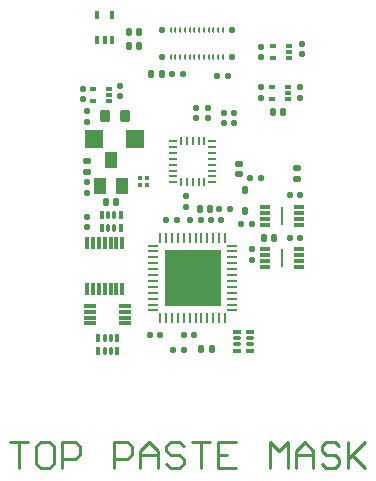
<source format=gtp>
G04*
G04 #@! TF.GenerationSoftware,Altium Limited,Altium Designer,20.1.11 (218)*
G04*
G04 Layer_Color=8421504*
%FSLAX25Y25*%
%MOIN*%
G70*
G04*
G04 #@! TF.SameCoordinates,49FD3369-56E0-4B66-BF1D-E122077B7428*
G04*
G04*
G04 #@! TF.FilePolarity,Positive*
G04*
G01*
G75*
%ADD10C,0.00984*%
%ADD16R,0.03504X0.01181*%
%ADD17R,0.00787X0.06299*%
%ADD18R,0.03937X0.05512*%
G04:AMPARAMS|DCode=19|XSize=27.56mil|YSize=20.08mil|CornerRadius=5.02mil|HoleSize=0mil|Usage=FLASHONLY|Rotation=90.000|XOffset=0mil|YOffset=0mil|HoleType=Round|Shape=RoundedRectangle|*
%AMROUNDEDRECTD19*
21,1,0.02756,0.01004,0,0,90.0*
21,1,0.01752,0.02008,0,0,90.0*
1,1,0.01004,0.00502,0.00876*
1,1,0.01004,0.00502,-0.00876*
1,1,0.01004,-0.00502,-0.00876*
1,1,0.01004,-0.00502,0.00876*
%
%ADD19ROUNDEDRECTD19*%
G04:AMPARAMS|DCode=20|XSize=22.05mil|YSize=20.08mil|CornerRadius=5.02mil|HoleSize=0mil|Usage=FLASHONLY|Rotation=180.000|XOffset=0mil|YOffset=0mil|HoleType=Round|Shape=RoundedRectangle|*
%AMROUNDEDRECTD20*
21,1,0.02205,0.01004,0,0,180.0*
21,1,0.01201,0.02008,0,0,180.0*
1,1,0.01004,-0.00600,0.00502*
1,1,0.01004,0.00600,0.00502*
1,1,0.01004,0.00600,-0.00502*
1,1,0.01004,-0.00600,-0.00502*
%
%ADD20ROUNDEDRECTD20*%
G04:AMPARAMS|DCode=21|XSize=25.59mil|YSize=15.75mil|CornerRadius=3.94mil|HoleSize=0mil|Usage=FLASHONLY|Rotation=180.000|XOffset=0mil|YOffset=0mil|HoleType=Round|Shape=RoundedRectangle|*
%AMROUNDEDRECTD21*
21,1,0.02559,0.00787,0,0,180.0*
21,1,0.01772,0.01575,0,0,180.0*
1,1,0.00787,-0.00886,0.00394*
1,1,0.00787,0.00886,0.00394*
1,1,0.00787,0.00886,-0.00394*
1,1,0.00787,-0.00886,-0.00394*
%
%ADD21ROUNDEDRECTD21*%
G04:AMPARAMS|DCode=22|XSize=25.59mil|YSize=11.81mil|CornerRadius=2.95mil|HoleSize=0mil|Usage=FLASHONLY|Rotation=180.000|XOffset=0mil|YOffset=0mil|HoleType=Round|Shape=RoundedRectangle|*
%AMROUNDEDRECTD22*
21,1,0.02559,0.00591,0,0,180.0*
21,1,0.01968,0.01181,0,0,180.0*
1,1,0.00591,-0.00984,0.00295*
1,1,0.00591,0.00984,0.00295*
1,1,0.00591,0.00984,-0.00295*
1,1,0.00591,-0.00984,-0.00295*
%
%ADD22ROUNDEDRECTD22*%
G04:AMPARAMS|DCode=23|XSize=25.59mil|YSize=19.68mil|CornerRadius=1.97mil|HoleSize=0mil|Usage=FLASHONLY|Rotation=90.000|XOffset=0mil|YOffset=0mil|HoleType=Round|Shape=RoundedRectangle|*
%AMROUNDEDRECTD23*
21,1,0.02559,0.01575,0,0,90.0*
21,1,0.02165,0.01968,0,0,90.0*
1,1,0.00394,0.00787,0.01083*
1,1,0.00394,0.00787,-0.01083*
1,1,0.00394,-0.00787,-0.01083*
1,1,0.00394,-0.00787,0.01083*
%
%ADD23ROUNDEDRECTD23*%
%ADD24R,0.02165X0.01575*%
G04:AMPARAMS|DCode=25|XSize=27.56mil|YSize=20.08mil|CornerRadius=5.02mil|HoleSize=0mil|Usage=FLASHONLY|Rotation=180.000|XOffset=0mil|YOffset=0mil|HoleType=Round|Shape=RoundedRectangle|*
%AMROUNDEDRECTD25*
21,1,0.02756,0.01004,0,0,180.0*
21,1,0.01752,0.02008,0,0,180.0*
1,1,0.01004,-0.00876,0.00502*
1,1,0.01004,0.00876,0.00502*
1,1,0.01004,0.00876,-0.00502*
1,1,0.01004,-0.00876,-0.00502*
%
%ADD25ROUNDEDRECTD25*%
G04:AMPARAMS|DCode=26|XSize=15.75mil|YSize=25.59mil|CornerRadius=1.97mil|HoleSize=0mil|Usage=FLASHONLY|Rotation=180.000|XOffset=0mil|YOffset=0mil|HoleType=Round|Shape=RoundedRectangle|*
%AMROUNDEDRECTD26*
21,1,0.01575,0.02165,0,0,180.0*
21,1,0.01181,0.02559,0,0,180.0*
1,1,0.00394,-0.00591,0.01083*
1,1,0.00394,0.00591,0.01083*
1,1,0.00394,0.00591,-0.01083*
1,1,0.00394,-0.00591,-0.01083*
%
%ADD26ROUNDEDRECTD26*%
G04:AMPARAMS|DCode=27|XSize=22.05mil|YSize=20.08mil|CornerRadius=5.02mil|HoleSize=0mil|Usage=FLASHONLY|Rotation=90.000|XOffset=0mil|YOffset=0mil|HoleType=Round|Shape=RoundedRectangle|*
%AMROUNDEDRECTD27*
21,1,0.02205,0.01004,0,0,90.0*
21,1,0.01201,0.02008,0,0,90.0*
1,1,0.01004,0.00502,0.00600*
1,1,0.01004,0.00502,-0.00600*
1,1,0.01004,-0.00502,-0.00600*
1,1,0.01004,-0.00502,0.00600*
%
%ADD27ROUNDEDRECTD27*%
%ADD28R,0.03937X0.01300*%
%ADD29R,0.01300X0.03937*%
%ADD30R,0.05906X0.05906*%
%ADD31R,0.18504X0.18504*%
%ADD32O,0.03740X0.00984*%
%ADD33O,0.00984X0.03740*%
G04:AMPARAMS|DCode=34|XSize=9.84mil|YSize=25.59mil|CornerRadius=1.23mil|HoleSize=0mil|Usage=FLASHONLY|Rotation=0.000|XOffset=0mil|YOffset=0mil|HoleType=Round|Shape=RoundedRectangle|*
%AMROUNDEDRECTD34*
21,1,0.00984,0.02313,0,0,0.0*
21,1,0.00738,0.02559,0,0,0.0*
1,1,0.00246,0.00369,-0.01157*
1,1,0.00246,-0.00369,-0.01157*
1,1,0.00246,-0.00369,0.01157*
1,1,0.00246,0.00369,0.01157*
%
%ADD34ROUNDEDRECTD34*%
G04:AMPARAMS|DCode=35|XSize=9.84mil|YSize=25.59mil|CornerRadius=1.23mil|HoleSize=0mil|Usage=FLASHONLY|Rotation=90.000|XOffset=0mil|YOffset=0mil|HoleType=Round|Shape=RoundedRectangle|*
%AMROUNDEDRECTD35*
21,1,0.00984,0.02313,0,0,90.0*
21,1,0.00738,0.02559,0,0,90.0*
1,1,0.00246,0.01157,0.00369*
1,1,0.00246,0.01157,-0.00369*
1,1,0.00246,-0.01157,-0.00369*
1,1,0.00246,-0.01157,0.00369*
%
%ADD35ROUNDEDRECTD35*%
G04:AMPARAMS|DCode=36|XSize=9.45mil|YSize=17.72mil|CornerRadius=2.36mil|HoleSize=0mil|Usage=FLASHONLY|Rotation=180.000|XOffset=0mil|YOffset=0mil|HoleType=Round|Shape=RoundedRectangle|*
%AMROUNDEDRECTD36*
21,1,0.00945,0.01299,0,0,180.0*
21,1,0.00472,0.01772,0,0,180.0*
1,1,0.00472,-0.00236,0.00650*
1,1,0.00472,0.00236,0.00650*
1,1,0.00472,0.00236,-0.00650*
1,1,0.00472,-0.00236,-0.00650*
%
%ADD36ROUNDEDRECTD36*%
G04:AMPARAMS|DCode=37|XSize=19.68mil|YSize=18.5mil|CornerRadius=4.63mil|HoleSize=0mil|Usage=FLASHONLY|Rotation=180.000|XOffset=0mil|YOffset=0mil|HoleType=Round|Shape=RoundedRectangle|*
%AMROUNDEDRECTD37*
21,1,0.01968,0.00925,0,0,180.0*
21,1,0.01043,0.01850,0,0,180.0*
1,1,0.00925,-0.00522,0.00463*
1,1,0.00925,0.00522,0.00463*
1,1,0.00925,0.00522,-0.00463*
1,1,0.00925,-0.00522,-0.00463*
%
%ADD37ROUNDEDRECTD37*%
G04:AMPARAMS|DCode=38|XSize=39.37mil|YSize=35.43mil|CornerRadius=4.43mil|HoleSize=0mil|Usage=FLASHONLY|Rotation=90.000|XOffset=0mil|YOffset=0mil|HoleType=Round|Shape=RoundedRectangle|*
%AMROUNDEDRECTD38*
21,1,0.03937,0.02657,0,0,90.0*
21,1,0.03051,0.03543,0,0,90.0*
1,1,0.00886,0.01329,0.01526*
1,1,0.00886,0.01329,-0.01526*
1,1,0.00886,-0.01329,-0.01526*
1,1,0.00886,-0.01329,0.01526*
%
%ADD38ROUNDEDRECTD38*%
G04:AMPARAMS|DCode=39|XSize=25.59mil|YSize=15.75mil|CornerRadius=3.94mil|HoleSize=0mil|Usage=FLASHONLY|Rotation=90.000|XOffset=0mil|YOffset=0mil|HoleType=Round|Shape=RoundedRectangle|*
%AMROUNDEDRECTD39*
21,1,0.02559,0.00787,0,0,90.0*
21,1,0.01772,0.01575,0,0,90.0*
1,1,0.00787,0.00394,0.00886*
1,1,0.00787,0.00394,-0.00886*
1,1,0.00787,-0.00394,-0.00886*
1,1,0.00787,-0.00394,0.00886*
%
%ADD39ROUNDEDRECTD39*%
G04:AMPARAMS|DCode=40|XSize=25.59mil|YSize=11.81mil|CornerRadius=2.95mil|HoleSize=0mil|Usage=FLASHONLY|Rotation=90.000|XOffset=0mil|YOffset=0mil|HoleType=Round|Shape=RoundedRectangle|*
%AMROUNDEDRECTD40*
21,1,0.02559,0.00591,0,0,90.0*
21,1,0.01968,0.01181,0,0,90.0*
1,1,0.00591,0.00295,0.00984*
1,1,0.00591,0.00295,-0.00984*
1,1,0.00591,-0.00295,-0.00984*
1,1,0.00591,-0.00295,0.00984*
%
%ADD40ROUNDEDRECTD40*%
%ADD41R,0.01575X0.01575*%
D10*
X-18800Y-27141D02*
X-13028D01*
X-15914D01*
Y-35800D01*
X-5812Y-27141D02*
X-8698D01*
X-10141Y-28585D01*
Y-34357D01*
X-8698Y-35800D01*
X-5812D01*
X-4369Y-34357D01*
Y-28585D01*
X-5812Y-27141D01*
X-1483Y-35800D02*
Y-27141D01*
X2847D01*
X4290Y-28585D01*
Y-31471D01*
X2847Y-32914D01*
X-1483D01*
X15834Y-35800D02*
Y-27141D01*
X20164D01*
X21607Y-28585D01*
Y-31471D01*
X20164Y-32914D01*
X15834D01*
X24493Y-35800D02*
Y-30028D01*
X27379Y-27141D01*
X30266Y-30028D01*
Y-35800D01*
Y-31471D01*
X24493D01*
X38924Y-28585D02*
X37481Y-27141D01*
X34595D01*
X33152Y-28585D01*
Y-30028D01*
X34595Y-31471D01*
X37481D01*
X38924Y-32914D01*
Y-34357D01*
X37481Y-35800D01*
X34595D01*
X33152Y-34357D01*
X41810Y-27141D02*
X47583D01*
X44697D01*
Y-35800D01*
X56241Y-27141D02*
X50469D01*
Y-35800D01*
X56241D01*
X50469Y-31471D02*
X53355D01*
X67786Y-35800D02*
Y-27141D01*
X70672Y-30028D01*
X73559Y-27141D01*
Y-35800D01*
X76445D02*
Y-30028D01*
X79331Y-27141D01*
X82217Y-30028D01*
Y-35800D01*
Y-31471D01*
X76445D01*
X90876Y-28585D02*
X89433Y-27141D01*
X86546D01*
X85103Y-28585D01*
Y-30028D01*
X86546Y-31471D01*
X89433D01*
X90876Y-32914D01*
Y-34357D01*
X89433Y-35800D01*
X86546D01*
X85103Y-34357D01*
X93762Y-27141D02*
Y-35800D01*
Y-32914D01*
X99534Y-27141D01*
X95205Y-31471D01*
X99534Y-35800D01*
D16*
X66169Y37280D02*
D03*
Y35312D02*
D03*
Y33343D02*
D03*
Y31375D02*
D03*
X77350D02*
D03*
Y33343D02*
D03*
Y35312D02*
D03*
Y37280D02*
D03*
X66169Y51240D02*
D03*
Y49272D02*
D03*
Y47304D02*
D03*
Y45335D02*
D03*
X77350D02*
D03*
Y47304D02*
D03*
Y49272D02*
D03*
Y51240D02*
D03*
D17*
X71760Y34327D02*
D03*
Y48288D02*
D03*
D18*
X10960Y58369D02*
D03*
X14700Y67031D02*
D03*
X18440Y58369D02*
D03*
D19*
X20571Y109406D02*
D03*
X24115D02*
D03*
Y104907D02*
D03*
X20571D02*
D03*
X28070Y95406D02*
D03*
X31614D02*
D03*
X72115Y82906D02*
D03*
X68571D02*
D03*
X48229Y3847D02*
D03*
X44685D02*
D03*
X47835Y50591D02*
D03*
X44291D02*
D03*
X65657Y41020D02*
D03*
X69201D02*
D03*
X16555Y52802D02*
D03*
X13011D02*
D03*
D20*
X78342Y102134D02*
D03*
Y105677D02*
D03*
X64842Y104677D02*
D03*
Y101134D02*
D03*
X6692Y59449D02*
D03*
Y55906D02*
D03*
X61843Y33635D02*
D03*
Y37178D02*
D03*
X6889Y79528D02*
D03*
Y83071D02*
D03*
X5342Y87134D02*
D03*
Y90677D02*
D03*
X43100Y84372D02*
D03*
Y80828D02*
D03*
X52342Y82678D02*
D03*
Y79135D02*
D03*
X55842D02*
D03*
Y82678D02*
D03*
X39741Y54777D02*
D03*
Y51234D02*
D03*
X46900Y80828D02*
D03*
Y84372D02*
D03*
X77558Y87599D02*
D03*
Y91142D02*
D03*
X17842Y88135D02*
D03*
Y91678D02*
D03*
X64763Y87599D02*
D03*
Y91142D02*
D03*
X6692Y44489D02*
D03*
Y48032D02*
D03*
D21*
X61023Y3347D02*
D03*
Y9646D02*
D03*
X56693Y3347D02*
D03*
Y9646D02*
D03*
D22*
X61023Y7480D02*
D03*
Y5512D02*
D03*
X56693D02*
D03*
Y7480D02*
D03*
D23*
X59342Y49861D02*
D03*
Y56948D02*
D03*
D24*
X74000Y100938D02*
D03*
Y102906D02*
D03*
Y104875D02*
D03*
X68685D02*
D03*
Y100938D02*
D03*
X73720Y87205D02*
D03*
Y89173D02*
D03*
Y91142D02*
D03*
X68405D02*
D03*
Y87205D02*
D03*
X14102Y86705D02*
D03*
Y88673D02*
D03*
Y90642D02*
D03*
X8787D02*
D03*
Y86705D02*
D03*
D25*
X76842Y60635D02*
D03*
Y64178D02*
D03*
X6692Y66536D02*
D03*
Y62993D02*
D03*
X57300Y62128D02*
D03*
Y65672D02*
D03*
D26*
X10039Y115060D02*
D03*
X15157D02*
D03*
Y106989D02*
D03*
X12598D02*
D03*
X10039D02*
D03*
D27*
X35071Y95406D02*
D03*
X38615D02*
D03*
X50070Y94906D02*
D03*
X53614D02*
D03*
X64615Y60907D02*
D03*
X61071D02*
D03*
X74319Y41020D02*
D03*
X77862D02*
D03*
X36689Y46948D02*
D03*
X33145D02*
D03*
X31103Y8465D02*
D03*
X27559D02*
D03*
X47941Y47048D02*
D03*
X51484D02*
D03*
X50787Y50591D02*
D03*
X54331D02*
D03*
X74319Y55375D02*
D03*
X77862D02*
D03*
X44685Y47048D02*
D03*
X41142D02*
D03*
X38977Y8465D02*
D03*
X42520D02*
D03*
X39054Y3544D02*
D03*
X35511D02*
D03*
X58070Y45406D02*
D03*
X61614D02*
D03*
D28*
X7638Y12402D02*
D03*
Y14371D02*
D03*
Y16339D02*
D03*
Y18308D02*
D03*
X19526D02*
D03*
Y16339D02*
D03*
Y14371D02*
D03*
Y12402D02*
D03*
D29*
X6693Y23780D02*
D03*
X8662D02*
D03*
X10630D02*
D03*
X12599D02*
D03*
X14567D02*
D03*
Y39212D02*
D03*
X12599D02*
D03*
X10630D02*
D03*
X8662D02*
D03*
X6693D02*
D03*
X16536Y23780D02*
D03*
X18504D02*
D03*
X16536Y39212D02*
D03*
X18504D02*
D03*
D30*
X22835Y73819D02*
D03*
X9055D02*
D03*
D31*
X41929Y27559D02*
D03*
D32*
X28642Y16732D02*
D03*
Y18701D02*
D03*
Y20669D02*
D03*
Y22638D02*
D03*
Y24606D02*
D03*
Y26575D02*
D03*
Y28543D02*
D03*
Y30512D02*
D03*
Y32480D02*
D03*
Y34449D02*
D03*
Y36417D02*
D03*
Y38386D02*
D03*
X55217D02*
D03*
Y36417D02*
D03*
Y34449D02*
D03*
Y32480D02*
D03*
Y30512D02*
D03*
Y28543D02*
D03*
Y26575D02*
D03*
Y24606D02*
D03*
Y22638D02*
D03*
Y20669D02*
D03*
Y18701D02*
D03*
Y16732D02*
D03*
D33*
X31102Y40847D02*
D03*
X33071D02*
D03*
X35039D02*
D03*
X37008D02*
D03*
X38976D02*
D03*
X40945D02*
D03*
X42913D02*
D03*
X44882D02*
D03*
X46850D02*
D03*
X48819D02*
D03*
X50787D02*
D03*
X52756D02*
D03*
Y14272D02*
D03*
X50787D02*
D03*
X48819D02*
D03*
X46850D02*
D03*
X44882D02*
D03*
X42913D02*
D03*
X40945D02*
D03*
X38976D02*
D03*
X37008D02*
D03*
X35039D02*
D03*
X33071D02*
D03*
X31102D02*
D03*
D34*
X45866Y73228D02*
D03*
X43898D02*
D03*
X41929D02*
D03*
X39961D02*
D03*
X37992D02*
D03*
Y59449D02*
D03*
X39961D02*
D03*
X41929D02*
D03*
X43898D02*
D03*
X45866D02*
D03*
D35*
X35433Y63386D02*
D03*
Y65354D02*
D03*
Y67323D02*
D03*
Y69291D02*
D03*
Y71260D02*
D03*
Y73228D02*
D03*
Y61417D02*
D03*
Y59449D02*
D03*
X48425Y73228D02*
D03*
Y71260D02*
D03*
Y59449D02*
D03*
Y61417D02*
D03*
Y63386D02*
D03*
Y65354D02*
D03*
Y67323D02*
D03*
Y69291D02*
D03*
D36*
X42520Y110335D02*
D03*
X44094D02*
D03*
X45669D02*
D03*
X47244D02*
D03*
X48819D02*
D03*
X50394D02*
D03*
X51969D02*
D03*
X40945D02*
D03*
X39370D02*
D03*
X37795D02*
D03*
X36220D02*
D03*
X34646D02*
D03*
X42520Y101083D02*
D03*
X44094D02*
D03*
X45669D02*
D03*
X47244D02*
D03*
X48819D02*
D03*
X50394D02*
D03*
X51969D02*
D03*
X40945D02*
D03*
X39370D02*
D03*
X37795D02*
D03*
X36220D02*
D03*
X34646D02*
D03*
D37*
X31693Y101201D02*
D03*
Y110217D02*
D03*
X54921D02*
D03*
Y101201D02*
D03*
D38*
X19291Y81693D02*
D03*
X12599D02*
D03*
D39*
X11614Y44095D02*
D03*
X17914D02*
D03*
X11614Y48426D02*
D03*
X17914D02*
D03*
X16733Y7481D02*
D03*
X10433D02*
D03*
X16733Y3150D02*
D03*
X10433D02*
D03*
D40*
X15748Y44095D02*
D03*
X13780D02*
D03*
Y48426D02*
D03*
X15748D02*
D03*
X12599Y7481D02*
D03*
X14567D02*
D03*
Y3150D02*
D03*
X12599D02*
D03*
D41*
X26772Y60905D02*
D03*
Y58543D02*
D03*
X24409D02*
D03*
Y60905D02*
D03*
M02*

</source>
